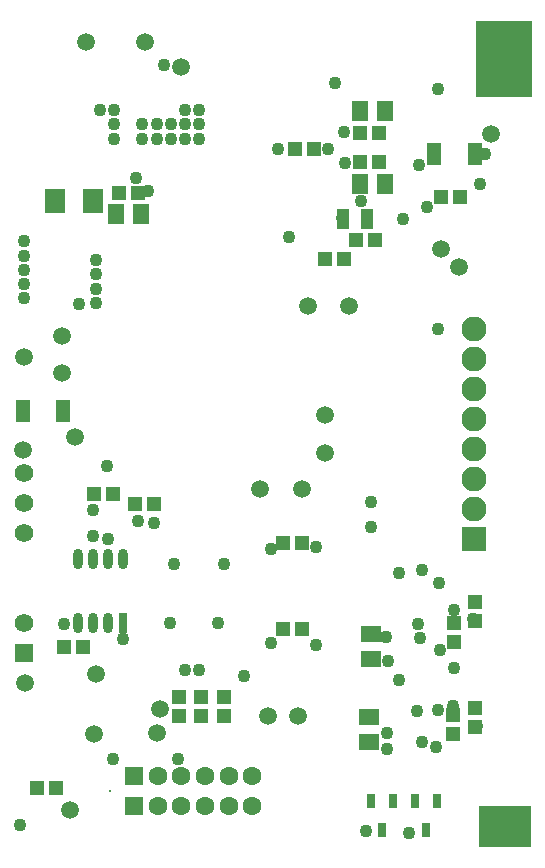
<source format=gbs>
G04 Layer_Color=16711935*
%FSLAX44Y44*%
%MOMM*%
G71*
G01*
G75*
%ADD38R,4.8000X6.5000*%
%ADD59R,1.2032X1.3032*%
%ADD63R,1.1032X1.7032*%
%ADD72O,0.8032X1.7532*%
%ADD73R,0.8032X1.7532*%
%ADD78R,1.6532X2.1032*%
%ADD79R,1.3032X1.2032*%
%ADD81C,2.1032*%
%ADD82R,2.1032X2.1032*%
%ADD83C,1.5632*%
%ADD84R,1.5632X1.5632*%
%ADD85R,1.6032X1.6032*%
%ADD86C,1.6032*%
%ADD87C,0.2032*%
%ADD88C,1.5032*%
%ADD89C,1.1032*%
%ADD90R,0.8032X1.2032*%
%ADD91R,1.3032X1.9532*%
%ADD92R,1.7032X1.4032*%
%ADD93R,1.4032X1.7032*%
G36*
X449000Y-50000D02*
X405000D01*
Y-15000D01*
X449000D01*
Y-50000D01*
D02*
G37*
D38*
X426000Y617500D02*
D03*
D59*
X249000Y541000D02*
D03*
X265000D02*
D03*
X31000Y0D02*
D03*
X47000D02*
D03*
X255000Y135000D02*
D03*
X239000D02*
D03*
X255000Y208000D02*
D03*
X239000D02*
D03*
X373000Y501000D02*
D03*
X389000D02*
D03*
X130000Y241000D02*
D03*
X114000D02*
D03*
X301000Y464000D02*
D03*
X317000D02*
D03*
X79000Y249000D02*
D03*
X95000D02*
D03*
X54000Y120000D02*
D03*
X70000D02*
D03*
X291000Y448000D02*
D03*
X275000D02*
D03*
X304000Y530000D02*
D03*
X320000D02*
D03*
X320000Y555000D02*
D03*
X304000D02*
D03*
X116000Y504000D02*
D03*
X100000D02*
D03*
D63*
X289500Y482000D02*
D03*
X310500D02*
D03*
D72*
X65950Y194250D02*
D03*
X78650D02*
D03*
X91350D02*
D03*
X104050D02*
D03*
X65950Y139750D02*
D03*
X78650D02*
D03*
X91350D02*
D03*
D73*
X104050D02*
D03*
D78*
X46000Y497000D02*
D03*
X78000D02*
D03*
D79*
X402000Y68000D02*
D03*
Y52000D02*
D03*
X383000Y62000D02*
D03*
Y46000D02*
D03*
X402000Y158000D02*
D03*
Y142000D02*
D03*
X384000Y140000D02*
D03*
Y124000D02*
D03*
X151000Y61000D02*
D03*
Y77000D02*
D03*
X170000Y61000D02*
D03*
Y77000D02*
D03*
X189000Y61000D02*
D03*
Y77000D02*
D03*
D81*
X401000Y337800D02*
D03*
Y312400D02*
D03*
Y236200D02*
D03*
Y261600D02*
D03*
Y287000D02*
D03*
Y363200D02*
D03*
Y388600D02*
D03*
D82*
Y210800D02*
D03*
D83*
X20000Y267000D02*
D03*
Y241600D02*
D03*
Y216200D02*
D03*
Y140000D02*
D03*
D84*
Y114600D02*
D03*
D85*
X113000Y10000D02*
D03*
Y-15000D02*
D03*
D86*
X133000Y10000D02*
D03*
X153000D02*
D03*
X173000D02*
D03*
X193000D02*
D03*
X213000D02*
D03*
X133000Y-15000D02*
D03*
X153000D02*
D03*
X173000D02*
D03*
X193000D02*
D03*
X213000D02*
D03*
D87*
X93000Y-2700D02*
D03*
X412000Y-33000D02*
D03*
Y-21000D02*
D03*
Y-45000D02*
D03*
X428000D02*
D03*
Y-21000D02*
D03*
Y-33000D02*
D03*
X444000D02*
D03*
Y-21000D02*
D03*
Y-45000D02*
D03*
X443000Y619000D02*
D03*
Y643000D02*
D03*
Y631000D02*
D03*
X427000D02*
D03*
Y643000D02*
D03*
Y619000D02*
D03*
X411000D02*
D03*
Y643000D02*
D03*
Y631000D02*
D03*
Y607000D02*
D03*
X427000D02*
D03*
X443000D02*
D03*
X411000Y594000D02*
D03*
X427000D02*
D03*
X443000D02*
D03*
D88*
X132000Y47000D02*
D03*
X18750Y286250D02*
D03*
X63000Y297000D02*
D03*
X20000Y365020D02*
D03*
X72000Y632000D02*
D03*
X122000D02*
D03*
X153000Y611000D02*
D03*
X21000Y89000D02*
D03*
X59000Y-18000D02*
D03*
X79000Y46000D02*
D03*
X135000Y67000D02*
D03*
X81000Y97000D02*
D03*
X252000Y61000D02*
D03*
X226000Y61000D02*
D03*
X220000Y253000D02*
D03*
X255000D02*
D03*
X388000Y441000D02*
D03*
X372500Y456500D02*
D03*
X414999Y553999D02*
D03*
X295000Y408000D02*
D03*
X260000D02*
D03*
X275000Y284000D02*
D03*
Y316000D02*
D03*
X52000Y352000D02*
D03*
X52000Y383000D02*
D03*
D89*
X150000Y25000D02*
D03*
X150000Y78000D02*
D03*
X206000Y95000D02*
D03*
X95000Y25000D02*
D03*
X341000Y482000D02*
D03*
X283000Y597000D02*
D03*
X277000Y541000D02*
D03*
X235000D02*
D03*
X370000Y592000D02*
D03*
X304999Y496999D02*
D03*
X370000Y389000D02*
D03*
X357000Y185000D02*
D03*
X168000Y574000D02*
D03*
Y562000D02*
D03*
Y550000D02*
D03*
X156000Y574000D02*
D03*
Y562000D02*
D03*
Y550000D02*
D03*
X144000Y562000D02*
D03*
Y550000D02*
D03*
X132000Y562000D02*
D03*
Y550000D02*
D03*
X120000Y562000D02*
D03*
Y550000D02*
D03*
X96000Y574000D02*
D03*
Y562000D02*
D03*
Y550000D02*
D03*
X84000Y574000D02*
D03*
X328000Y108000D02*
D03*
X337000Y92000D02*
D03*
Y182000D02*
D03*
X326000Y128000D02*
D03*
X354000Y528000D02*
D03*
X138000Y612000D02*
D03*
X20000Y463000D02*
D03*
X346000Y-38000D02*
D03*
X314000Y242000D02*
D03*
Y221000D02*
D03*
X371999Y117000D02*
D03*
X327000Y33000D02*
D03*
X326999Y47000D02*
D03*
X357000Y39000D02*
D03*
X354999Y127000D02*
D03*
X353000Y139000D02*
D03*
X352460Y65111D02*
D03*
X369999Y66000D02*
D03*
X403000Y53000D02*
D03*
X400000Y143000D02*
D03*
X371000Y174000D02*
D03*
X369000Y35000D02*
D03*
X382999Y70000D02*
D03*
X384000Y102000D02*
D03*
Y151000D02*
D03*
X90000Y273000D02*
D03*
X104000Y126000D02*
D03*
X54000Y139000D02*
D03*
X156000Y100000D02*
D03*
X168000D02*
D03*
X267000Y121000D02*
D03*
X229000Y123000D02*
D03*
X143000Y140000D02*
D03*
X184000D02*
D03*
X130000Y225000D02*
D03*
X116000Y226000D02*
D03*
X147000Y190000D02*
D03*
X189000D02*
D03*
X78000Y214000D02*
D03*
X91000Y211000D02*
D03*
X78000Y236000D02*
D03*
X267000Y204000D02*
D03*
X229000Y203000D02*
D03*
X115000Y516540D02*
D03*
X125000Y506000D02*
D03*
X77000Y500000D02*
D03*
X46000Y498000D02*
D03*
X291000Y556000D02*
D03*
X292000Y529000D02*
D03*
X289000Y483000D02*
D03*
X244000Y467000D02*
D03*
X410000Y537000D02*
D03*
X406000Y512000D02*
D03*
X361000Y492000D02*
D03*
X81000Y447500D02*
D03*
X81000Y434999D02*
D03*
Y422999D02*
D03*
Y410999D02*
D03*
X66000Y410000D02*
D03*
X20000Y451000D02*
D03*
X20000Y438999D02*
D03*
Y426999D02*
D03*
X20000Y415000D02*
D03*
X309000Y-36000D02*
D03*
X16000Y-31000D02*
D03*
D90*
X360000Y-35000D02*
D03*
X369500Y-11000D02*
D03*
X350500D02*
D03*
X323000Y-35000D02*
D03*
X332500Y-11000D02*
D03*
X313500D02*
D03*
D91*
X53250Y319000D02*
D03*
X18750D02*
D03*
X401250Y537000D02*
D03*
X366750D02*
D03*
D92*
X312000Y60500D02*
D03*
Y39500D02*
D03*
X314000Y109500D02*
D03*
Y130500D02*
D03*
D93*
X97500Y486000D02*
D03*
X118500D02*
D03*
X304500Y512000D02*
D03*
X325500D02*
D03*
Y573000D02*
D03*
X304500D02*
D03*
M02*

</source>
